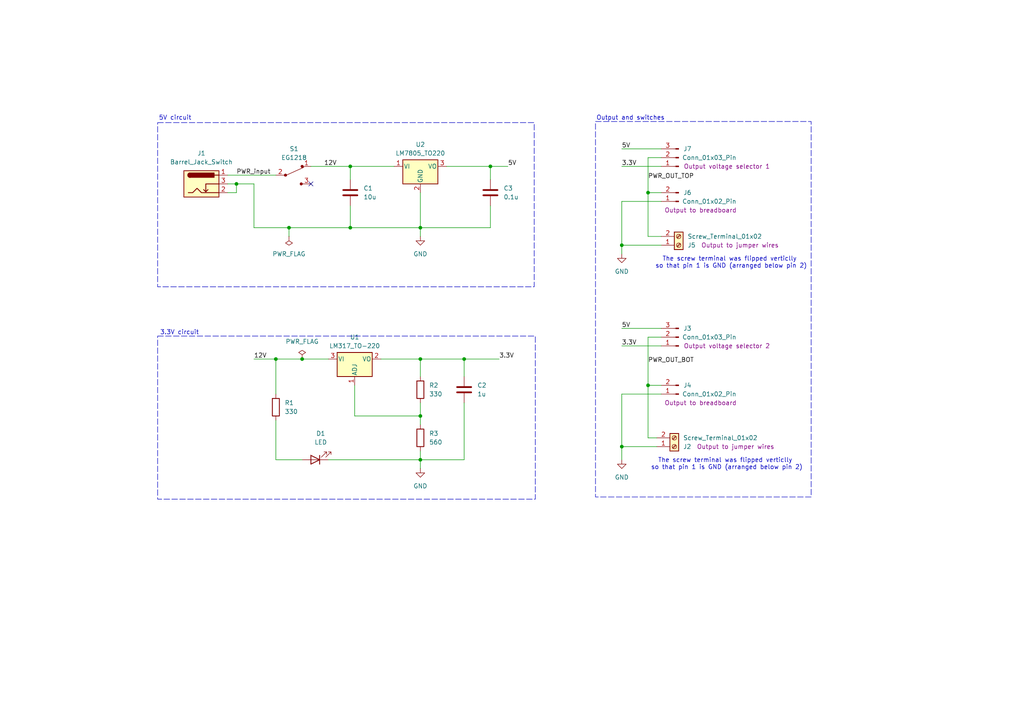
<source format=kicad_sch>
(kicad_sch (version 20250114) (generator "eeschema") (generator_version "9.0")
  (paper "A4")
  (title_block (date "2025-08-12") (rev "1.0") (company "https://www.michellemaia.com") (comment 1 "Designer: Michelle Maia"))
  (lib_symbols
    (symbol "Connector:Barrel_Jack_Switch" (pin_names (hide yes))
      (property "Reference" "J" (at 0 5.334 0))
      (property "Value" "Barrel_Jack_Switch" (at 0 -5.08 0))
      (symbol "Barrel_Jack_Switch_0_1"
        (rectangle (start -5.08 3.81) (end 5.08 -3.81) (stroke (width 0.254)) (fill (type background)))
        (polyline (pts (xy -3.81 -2.54) (xy -2.54 -2.54) (xy -1.27 -1.27) (xy 0 -2.54) (xy 2.54 -2.54) (xy 5.08 -2.54)) (stroke (width 0.254)))
        (arc (start -3.302 1.905) (mid -3.9343 2.54) (end -3.302 3.175) (stroke (width 0.254)))
        (arc (start -3.302 1.905) (mid -3.9343 2.54) (end -3.302 3.175) (stroke (width 0.254)) (fill (type outline)))
        (polyline (pts (xy 1.27 -2.286) (xy 1.905 -1.651)) (stroke (width 0.254)))
        (rectangle (start 3.683 3.175) (end -3.302 1.905) (stroke (width 0.254)) (fill (type outline)))
        (polyline (pts (xy 5.08 2.54) (xy 3.81 2.54)) (stroke (width 0.254)))
        (polyline (pts (xy 5.08 0) (xy 1.27 0) (xy 1.27 -2.286) (xy 0.635 -1.651)) (stroke (width 0.254)))
      )
      (symbol "Barrel_Jack_Switch_1_1"
        (pin passive line (at 7.62 2.54 180) (length 2.54) (name "~") (number "1"))
        (pin passive line (at 7.62 0 180) (length 2.54) (name "~") (number "3"))
        (pin passive line (at 7.62 -2.54 180) (length 2.54) (name "~") (number "2"))
      )
    )
    (symbol "Connector:Conn_01x02_Pin" (pin_names (offset 1.016) (hide yes))
      (property "Reference" "J" (at 0 2.54 0))
      (property "Value" "Conn_01x02_Pin" (at 0 -5.08 0))
      (symbol "Conn_01x02_Pin_1_1"
        (rectangle (start 0.8636 0.127) (end 0 -0.127) (stroke (width 0.1524)) (fill (type outline)))
        (rectangle (start 0.8636 -2.413) (end 0 -2.667) (stroke (width 0.1524)) (fill (type outline)))
        (polyline (pts (xy 1.27 0) (xy 0.8636 0)) (stroke (width 0.1524)))
        (polyline (pts (xy 1.27 -2.54) (xy 0.8636 -2.54)) (stroke (width 0.1524)))
        (pin passive line (at 5.08 0 180) (length 3.81) (name "Pin_1") (number "1"))
        (pin passive line (at 5.08 -2.54 180) (length 3.81) (name "Pin_2") (number "2"))
      )
    )
    (symbol "Connector:Conn_01x03_Pin" (pin_names (offset 1.016) (hide yes))
      (property "Reference" "J" (at 0 5.08 0))
      (property "Value" "Conn_01x03_Pin" (at 0 -5.08 0))
      (symbol "Conn_01x03_Pin_1_1"
        (rectangle (start 0.8636 2.667) (end 0 2.413) (stroke (width 0.1524)) (fill (type outline)))
        (rectangle (start 0.8636 0.127) (end 0 -0.127) (stroke (width 0.1524)) (fill (type outline)))
        (rectangle (start 0.8636 -2.413) (end 0 -2.667) (stroke (width 0.1524)) (fill (type outline)))
        (polyline (pts (xy 1.27 2.54) (xy 0.8636 2.54)) (stroke (width 0.1524)))
        (polyline (pts (xy 1.27 0) (xy 0.8636 0)) (stroke (width 0.1524)))
        (polyline (pts (xy 1.27 -2.54) (xy 0.8636 -2.54)) (stroke (width 0.1524)))
        (pin passive line (at 5.08 2.54 180) (length 3.81) (name "Pin_1") (number "1"))
        (pin passive line (at 5.08 0 180) (length 3.81) (name "Pin_2") (number "2"))
        (pin passive line (at 5.08 -2.54 180) (length 3.81) (name "Pin_3") (number "3"))
      )
    )
    (symbol "Connector:Screw_Terminal_01x02" (pin_names (offset 1.016) (hide yes))
      (property "Reference" "J" (at 0 2.54 0))
      (property "Value" "Screw_Terminal_01x02" (at 0 -5.08 0))
      (symbol "Screw_Terminal_01x02_1_1"
        (rectangle (start -1.27 1.27) (end 1.27 -3.81) (stroke (width 0.254)) (fill (type background)))
        (polyline (pts (xy -0.5334 0.3302) (xy 0.3302 -0.508)) (stroke (width 0.1524)))
        (polyline (pts (xy -0.5334 -2.2098) (xy 0.3302 -3.048)) (stroke (width 0.1524)))
        (polyline (pts (xy -0.3556 0.508) (xy 0.508 -0.3302)) (stroke (width 0.1524)))
        (polyline (pts (xy -0.3556 -2.032) (xy 0.508 -2.8702)) (stroke (width 0.1524)))
        (circle (center 0 0) (radius 0.635) (stroke (width 0.1524)))
        (circle (center 0 -2.54) (radius 0.635) (stroke (width 0.1524)))
        (pin passive line (at -5.08 0 0) (length 3.81) (name "Pin_1") (number "1"))
        (pin passive line (at -5.08 -2.54 0) (length 3.81) (name "Pin_2") (number "2"))
      )
    )
    (symbol "Device:C" (pin_numbers (hide yes)) (pin_names (offset 0.254))
      (property "Reference" "C" (at 0.635 2.54 0))
      (property "Value" "C" (at 0.635 -2.54 0))
      (symbol "C_0_1"
        (polyline (pts (xy -2.032 0.762) (xy 2.032 0.762)) (stroke (width 0.508)))
        (polyline (pts (xy -2.032 -0.762) (xy 2.032 -0.762)) (stroke (width 0.508)))
      )
      (symbol "C_1_1"
        (pin passive line (at 0 3.81 270) (length 2.794) (name "~") (number "1"))
        (pin passive line (at 0 -3.81 90) (length 2.794) (name "~") (number "2"))
      )
    )
    (symbol "Device:LED" (pin_numbers (hide yes)) (pin_names (offset 1.016) (hide yes))
      (property "Reference" "D" (at 0 2.54 0))
      (property "Value" "LED" (at 0 -2.54 0))
      (symbol "LED_0_1"
        (polyline (pts (xy -3.048 -0.762) (xy -4.572 -2.286) (xy -3.81 -2.286) (xy -4.572 -2.286) (xy -4.572 -1.524)))
        (polyline (pts (xy -1.778 -0.762) (xy -3.302 -2.286) (xy -2.54 -2.286) (xy -3.302 -2.286) (xy -3.302 -1.524)))
        (polyline (pts (xy -1.27 0) (xy 1.27 0)))
        (polyline (pts (xy -1.27 -1.27) (xy -1.27 1.27)) (stroke (width 0.254)))
        (polyline (pts (xy 1.27 -1.27) (xy 1.27 1.27) (xy -1.27 0) (xy 1.27 -1.27)) (stroke (width 0.254)))
      )
      (symbol "LED_1_1"
        (pin passive line (at -3.81 0 0) (length 2.54) (name "K") (number "1"))
        (pin passive line (at 3.81 0 180) (length 2.54) (name "A") (number "2"))
      )
    )
    (symbol "Device:R" (pin_numbers (hide yes)) (pin_names (offset 0))
      (property "Reference" "R" (at 2.032 0 90))
      (property "Value" "R" (at 0 0 90))
      (symbol "R_0_1"
        (rectangle (start -1.016 -2.54) (end 1.016 2.54) (stroke (width 0.254)))
      )
      (symbol "R_1_1"
        (pin passive line (at 0 3.81 270) (length 1.27) (name "~") (number "1"))
        (pin passive line (at 0 -3.81 90) (length 1.27) (name "~") (number "2"))
      )
    )
    (symbol "Regulator_Linear:LM317_TO-220" (pin_names (offset 0.254))
      (property "Reference" "U" (at -3.81 3.175 0))
      (property "Value" "LM317_TO-220" (at 0 3.175 0))
      (symbol "LM317_TO-220_0_1"
        (rectangle (start -5.08 1.905) (end 5.08 -5.08) (stroke (width 0.254)) (fill (type background)))
      )
      (symbol "LM317_TO-220_1_1"
        (pin power_in line (at -7.62 0 0) (length 2.54) (name "VI") (number "3"))
        (pin input line (at 0 -7.62 90) (length 2.54) (name "ADJ") (number "1"))
        (pin power_out line (at 7.62 0 180) (length 2.54) (name "VO") (number "2"))
      )
    )
    (symbol "Regulator_Linear:LM7805_TO220" (pin_names (offset 0.254))
      (property "Reference" "U" (at -3.81 3.175 0))
      (property "Value" "LM7805_TO220" (at 0 3.175 0))
      (symbol "LM7805_TO220_0_1"
        (rectangle (start -5.08 1.905) (end 5.08 -5.08) (stroke (width 0.254)) (fill (type background)))
      )
      (symbol "LM7805_TO220_1_1"
        (pin power_in line (at -7.62 0 0) (length 2.54) (name "VI") (number "1"))
        (pin power_in line (at 0 -7.62 90) (length 2.54) (name "GND") (number "2"))
        (pin power_out line (at 7.62 0 180) (length 2.54) (name "VO") (number "3"))
      )
    )
    (symbol "dk_Slide-Switches:EG1218" (pin_names (offset 0))
      (property "Reference" "S" (at -3.81 2.286 0))
      (property "Value" "EG1218" (at 0 -5.334 0))
      (symbol "EG1218_0_1"
        (circle (center -2.286 0) (radius 0.3556) (fill (type outline)))
        (polyline (pts (xy -2.032 0) (xy 3.048 2.286)))
        (circle (center 2.286 -2.54) (radius 0.3556) (fill (type outline)))
        (circle (center 2.54 2.54) (radius 0.3556) (fill (type outline)))
      )
      (symbol "EG1218_1_1"
        (pin passive line (at -5.08 0 0) (length 2.54) (name "~") (number "2"))
        (pin passive line (at 5.08 2.54 180) (length 2.54) (name "~") (number "1"))
        (pin passive line (at 5.08 -2.54 180) (length 2.54) (name "~") (number "3"))
      )
    )
    (symbol "power:GND" (power) (pin_numbers (hide yes)) (pin_names (offset 0) (hide yes))
      (property "Value" "GND" (at 0 -3.81 0))
      (symbol "GND_0_1"
        (polyline (pts (xy 0 0) (xy 0 -1.27) (xy 1.27 -1.27) (xy 0 -2.54) (xy -1.27 -1.27) (xy 0 -1.27)))
      )
      (symbol "GND_1_1"
        (pin power_in line (at 0 0 270) (length 0) (name "~") (number "1"))
      )
    )
    (symbol "power:PWR_FLAG" (power) (pin_numbers (hide yes)) (pin_names (offset 0) (hide yes))
      (property "Value" "PWR_FLAG" (at 0 3.81 0))
      (symbol "PWR_FLAG_0_0"
        (pin power_out line (at 0 0 90) (length 0) (name "~") (number "1"))
      )
      (symbol "PWR_FLAG_0_1"
        (polyline (pts (xy 0 0) (xy 0 1.27) (xy -1.016 1.905) (xy 0 2.54) (xy 1.016 1.905) (xy 0 1.27)))
      )
    )
  )
  (rectangle (start 172.72 35.2425) (end 235.2675 144.145) (stroke (width 0) (type dash)))
  (rectangle (start 45.72 97.4725) (end 155.2575 144.78) (stroke (width 0) (type dash)))
  (rectangle (start 45.72 35.56) (end 154.94 83.185) (stroke (width 0) (type dash)))
  (text "3.3V circuit" (at 52.07 96.52 0) (effects (font (size 1.27 1.27))))
  (text "5V circuit\n" (at 50.8 34.29 0) (effects (font (size 1.27 1.27))))
  (text "Output and switches\n" (at 182.88 34.29 0) (effects (font (size 1.27 1.27))))
  (text "The screw terminal was flipped verticlly \nso that pin 1 is GND (arranged below pin 2)" (at 212.09 76.2 0) (effects (font (size 1.27 1.27))))
  (text "The screw terminal was flipped verticlly \nso that pin 1 is GND (arranged below pin 2)" (at 210.82 134.62 0) (effects (font (size 1.27 1.27))))
  (junction (at 121.92 104.14))
  (junction (at 121.92 66.04))
  (junction (at 187.96 111.76))
  (junction (at 68.58 53.34))
  (junction (at 121.92 120.65))
  (junction (at 87.63 104.14))
  (junction (at 101.6 66.04))
  (junction (at 180.34 71.12))
  (junction (at 142.24 48.26))
  (junction (at 121.92 133.35))
  (junction (at 180.34 129.54))
  (junction (at 101.6 48.26))
  (junction (at 83.82 66.04))
  (junction (at 134.62 104.14))
  (junction (at 80.01 104.14))
  (junction (at 187.96 55.88))
  (no_connect (at 90.17 53.34))
  (wire (pts (xy 121.92 135.89) (xy 121.92 133.35)))
  (wire (pts (xy 83.82 66.04) (xy 101.6 66.04)))
  (wire (pts (xy 142.24 48.26) (xy 142.24 52.07)))
  (wire (pts (xy 134.62 104.14) (xy 121.92 104.14)))
  (wire (pts (xy 180.34 129.54) (xy 180.34 133.35)))
  (wire (pts (xy 73.66 53.34) (xy 73.66 66.04)))
  (wire (pts (xy 187.96 55.88) (xy 191.77 55.88)))
  (wire (pts (xy 180.34 58.42) (xy 180.34 71.12)))
  (wire (pts (xy 66.04 53.34) (xy 68.58 53.34)))
  (wire (pts (xy 121.92 130.81) (xy 121.92 133.35)))
  (wire (pts (xy 101.6 66.04) (xy 121.92 66.04)))
  (wire (pts (xy 121.92 66.04) (xy 121.92 68.58)))
  (wire (pts (xy 142.24 59.69) (xy 142.24 66.04)))
  (wire (pts (xy 80.01 133.35) (xy 87.63 133.35)))
  (wire (pts (xy 180.34 43.18) (xy 191.77 43.18)))
  (wire (pts (xy 121.92 55.88) (xy 121.92 66.04)))
  (wire (pts (xy 187.96 68.58) (xy 187.96 55.88)))
  (wire (pts (xy 95.25 133.35) (xy 121.92 133.35)))
  (wire (pts (xy 102.87 120.65) (xy 121.92 120.65)))
  (wire (pts (xy 80.01 114.3) (xy 80.01 104.14)))
  (wire (pts (xy 191.77 68.58) (xy 187.96 68.58)))
  (wire (pts (xy 121.92 120.65) (xy 121.92 123.19)))
  (wire (pts (xy 87.63 104.14) (xy 95.25 104.14)))
  (wire (pts (xy 180.34 95.25) (xy 191.77 95.25)))
  (wire (pts (xy 73.66 104.14) (xy 80.01 104.14)))
  (wire (pts (xy 191.77 114.3) (xy 180.34 114.3)))
  (wire (pts (xy 191.77 71.12) (xy 180.34 71.12)))
  (wire (pts (xy 134.62 104.14) (xy 144.78 104.14)))
  (wire (pts (xy 180.34 48.26) (xy 191.77 48.26)))
  (wire (pts (xy 187.96 97.79) (xy 187.96 111.76)))
  (wire (pts (xy 191.77 97.79) (xy 187.96 97.79)))
  (wire (pts (xy 142.24 48.26) (xy 147.32 48.26)))
  (wire (pts (xy 73.66 66.04) (xy 83.82 66.04)))
  (wire (pts (xy 121.92 104.14) (xy 121.92 109.22)))
  (wire (pts (xy 180.34 129.54) (xy 190.5 129.54)))
  (wire (pts (xy 110.49 104.14) (xy 121.92 104.14)))
  (wire (pts (xy 187.96 127) (xy 187.96 111.76)))
  (wire (pts (xy 190.5 127) (xy 187.96 127)))
  (wire (pts (xy 66.04 50.8) (xy 80.01 50.8)))
  (wire (pts (xy 80.01 121.92) (xy 80.01 133.35)))
  (wire (pts (xy 187.96 111.76) (xy 191.77 111.76)))
  (wire (pts (xy 134.62 109.22) (xy 134.62 104.14)))
  (wire (pts (xy 191.77 58.42) (xy 180.34 58.42)))
  (wire (pts (xy 101.6 59.69) (xy 101.6 66.04)))
  (wire (pts (xy 68.58 55.88) (xy 68.58 53.34)))
  (wire (pts (xy 191.77 45.72) (xy 187.96 45.72)))
  (wire (pts (xy 80.01 104.14) (xy 87.63 104.14)))
  (wire (pts (xy 102.87 111.76) (xy 102.87 120.65)))
  (wire (pts (xy 129.54 48.26) (xy 142.24 48.26)))
  (wire (pts (xy 90.17 48.26) (xy 101.6 48.26)))
  (wire (pts (xy 66.04 55.88) (xy 68.58 55.88)))
  (wire (pts (xy 180.34 114.3) (xy 180.34 129.54)))
  (wire (pts (xy 134.62 133.35) (xy 134.62 116.84)))
  (wire (pts (xy 101.6 48.26) (xy 114.3 48.26)))
  (wire (pts (xy 187.96 45.72) (xy 187.96 55.88)))
  (wire (pts (xy 121.92 133.35) (xy 134.62 133.35)))
  (wire (pts (xy 68.58 53.34) (xy 73.66 53.34)))
  (wire (pts (xy 180.34 71.12) (xy 180.34 73.66)))
  (wire (pts (xy 83.82 66.04) (xy 83.82 68.58)))
  (wire (pts (xy 101.6 48.26) (xy 101.6 52.07)))
  (wire (pts (xy 121.92 116.84) (xy 121.92 120.65)))
  (wire (pts (xy 142.24 66.04) (xy 121.92 66.04)))
  (wire (pts (xy 180.34 100.33) (xy 191.77 100.33)))
  (label "12V" (at 73.66 104.14 0))
  (label "5V" (at 180.34 95.25 0))
  (label "12V" (at 93.98 48.26 0))
  (label "3.3V" (at 144.78 104.14 0))
  (label "PWR_OUT_BOT" (at 187.96 105.41 0))
  (label "3.3V" (at 180.34 100.33 0))
  (label "PWR_input" (at 68.58 50.8 0))
  (label "5V" (at 147.32 48.26 0))
  (label "PWR_OUT_TOP" (at 187.96 52.07 0))
  (label "5V" (at 180.34 43.18 0))
  (label "3.3V" (at 180.34 48.26 0))
  (symbol (lib_id "Connector:Conn_01x03_Pin") (at 196.85 97.79 180) (unit 1)
    (property "Reference" "J3" (at 199.39 95.25 0))
    (property "Value" "Conn_01x03_Pin" (at 205.74 97.79 0))
    (property "Footprint" "Connector_PinHeader_2.54mm:PinHeader_1x03_P2.54mm_Vertical" (effects (hide yes)))
    (property "Description" "Generic connector, single row, 01x03, script generated" (effects (hide yes)))
    (property "Purpose" "Output voltage selector 2" (at 210.82 100.33 0))
  )
  (symbol (lib_id "Connector:Conn_01x02_Pin") (at 196.85 114.3 180) (unit 1)
    (property "Reference" "J4" (at 199.39 111.76 0))
    (property "Value" "Conn_01x02_Pin" (at 205.74 114.3 0))
    (property "Footprint" "Connector_PinHeader_2.54mm:PinHeader_1x02_P2.54mm_Vertical" (effects (hide yes)))
    (property "Description" "Generic connector, single row, 01x02, script generated" (effects (hide yes)))
    (property "Purpose" "Output to breadboard" (at 203.2 116.84 0))
  )
  (symbol (lib_id "power:PWR_FLAG") (at 87.63 104.14 0) (unit 1)
    (property "Reference" "#FLG02" (effects (hide yes)))
    (property "Value" "PWR_FLAG" (at 87.63 99.06 0))
    (property "Description" "Special symbol for telling ERC where power comes from" (effects (hide yes)))
  )
  (symbol (lib_id "Device:R") (at 80.01 118.11 180) (unit 1)
    (property "Reference" "R1" (at 82.55 116.8399 0) (effects (justify right)))
    (property "Value" "330" (at 82.55 119.3799 0) (effects (justify right)))
    (property "Footprint" "Resistor_THT:R_Axial_DIN0204_L3.6mm_D1.6mm_P7.62mm_Horizontal" (effects (hide yes)))
    (property "Description" "Resistor" (effects (hide yes)))
  )
  (symbol (lib_id "Device:R") (at 121.92 113.03 180) (unit 1)
    (property "Reference" "R2" (at 124.46 111.7599 0) (effects (justify right)))
    (property "Value" "330" (at 124.46 114.2999 0) (effects (justify right)))
    (property "Footprint" "Resistor_THT:R_Axial_DIN0204_L3.6mm_D1.6mm_P7.62mm_Horizontal" (effects (hide yes)))
    (property "Description" "Resistor" (effects (hide yes)))
  )
  (symbol (lib_id "power:GND") (at 180.34 133.35 0) (unit 1)
    (property "Reference" "#PWR04" (effects (hide yes)))
    (property "Value" "GND" (at 180.34 138.43 0))
    (property "Description" "Power symbol creates a global label with name \"GND\" , ground" (effects (hide yes)))
  )
  (symbol (lib_id "Connector:Screw_Terminal_01x02") (at 195.58 129.54 0) (mirror x) (unit 1)
    (property "Reference" "J2" (at 198.12 129.5401 0) (effects (justify left)))
    (property "Value" "Screw_Terminal_01x02" (at 198.12 127.0001 0) (effects (justify left)))
    (property "Footprint" "TerminalBlock:TerminalBlock_bornier-2_P5.08mm" (effects (hide yes)))
    (property "Description" "Generic screw terminal, single row, 01x02, script generated (kicad-library-utils/schlib/autogen/connector/)" (effects (hide yes)))
    (property "Purpose" "Output to jumper wires" (at 213.36 129.54 0))
  )
  (symbol (lib_id "Connector:Conn_01x03_Pin") (at 196.85 45.72 180) (unit 1)
    (property "Reference" "J7" (at 199.39 43.18 0))
    (property "Value" "Conn_01x03_Pin" (at 205.74 45.72 0))
    (property "Footprint" "Connector_PinHeader_2.54mm:PinHeader_1x03_P2.54mm_Vertical" (effects (hide yes)))
    (property "Description" "Generic connector, single row, 01x03, script generated" (effects (hide yes)))
    (property "Purpose" "Output voltage selector 1" (at 210.82 48.26 0))
  )
  (symbol (lib_id "power:GND") (at 180.34 73.66 0) (unit 1)
    (property "Reference" "#PWR03" (effects (hide yes)))
    (property "Value" "GND" (at 180.34 78.74 0))
    (property "Description" "Power symbol creates a global label with name \"GND\" , ground" (effects (hide yes)))
  )
  (symbol (lib_id "Connector:Conn_01x02_Pin") (at 196.85 58.42 180) (unit 1)
    (property "Reference" "J6" (at 199.39 55.88 0))
    (property "Value" "Conn_01x02_Pin" (at 205.74 58.42 0))
    (property "Footprint" "Connector_PinHeader_2.54mm:PinHeader_1x02_P2.54mm_Vertical" (effects (hide yes)))
    (property "Description" "Generic connector, single row, 01x02, script generated" (effects (hide yes)))
    (property "Purpose" "Output to breadboard" (at 203.2 60.96 0))
  )
  (symbol (lib_id "power:PWR_FLAG") (at 83.82 68.58 180) (unit 1)
    (property "Reference" "#FLG01" (effects (hide yes)))
    (property "Value" "PWR_FLAG" (at 83.82 73.66 0))
    (property "Description" "Special symbol for telling ERC where power comes from" (effects (hide yes)))
  )
  (symbol (lib_id "Device:C") (at 142.24 55.88 0) (unit 1)
    (property "Reference" "C3" (at 146.05 54.6099 0) (effects (justify left)))
    (property "Value" "0.1u" (at 146.05 57.1499 0) (effects (justify left)))
    (property "Footprint" "Capacitor_THT:C_Disc_D3.0mm_W1.6mm_P2.50mm" (effects (hide yes)))
    (property "Description" "Unpolarized capacitor" (effects (hide yes)))
  )
  (symbol (lib_id "Connector:Barrel_Jack_Switch") (at 58.42 53.34 0) (unit 1)
    (property "Reference" "J1" (at 58.42 44.45 0))
    (property "Value" "Barrel_Jack_Switch" (at 58.42 46.99 0))
    (property "Footprint" "Connector_BarrelJack:BarrelJack_Horizontal" (effects (hide yes)))
    (property "Description" "DC Barrel Jack with an internal switch" (effects (hide yes)))
  )
  (symbol (lib_id "Device:C") (at 101.6 55.88 0) (unit 1)
    (property "Reference" "C1" (at 105.41 54.6099 0) (effects (justify left)))
    (property "Value" "10u" (at 105.41 57.1499 0) (effects (justify left)))
    (property "Footprint" "Capacitor_THT:C_Disc_D3.0mm_W1.6mm_P2.50mm" (effects (hide yes)))
    (property "Description" "Unpolarized capacitor" (effects (hide yes)))
  )
  (symbol (lib_id "Device:C") (at 134.62 113.03 0) (unit 1)
    (property "Reference" "C2" (at 138.43 111.7599 0) (effects (justify left)))
    (property "Value" "1u" (at 138.43 114.2999 0) (effects (justify left)))
    (property "Footprint" "Capacitor_THT:C_Disc_D3.0mm_W1.6mm_P2.50mm" (effects (hide yes)))
    (property "Description" "Unpolarized capacitor" (effects (hide yes)))
  )
  (symbol (lib_id "Regulator_Linear:LM317_TO-220") (at 102.87 104.14 0) (unit 1)
    (property "Reference" "U1" (at 102.87 97.79 0))
    (property "Value" "LM317_TO-220" (at 102.87 100.33 0))
    (property "Footprint" "Package_TO_SOT_THT:TO-220-3_Vertical" (effects (hide yes)))
    (property "Datasheet" "http://www.ti.com/lit/ds/symlink/lm317.pdf" (effects (hide yes)))
    (property "Description" "1.5A 35V Adjustable Linear Regulator, TO-220" (effects (hide yes)))
  )
  (symbol (lib_id "power:GND") (at 121.92 135.89 0) (unit 1)
    (property "Reference" "#PWR02" (effects (hide yes)))
    (property "Value" "GND" (at 121.92 140.97 0))
    (property "Description" "Power symbol creates a global label with name \"GND\" , ground" (effects (hide yes)))
  )
  (symbol (lib_id "power:GND") (at 121.92 68.58 0) (unit 1)
    (property "Reference" "#PWR01" (effects (hide yes)))
    (property "Value" "GND" (at 121.92 73.66 0))
    (property "Description" "Power symbol creates a global label with name \"GND\" , ground" (effects (hide yes)))
  )
  (symbol (lib_id "dk_Slide-Switches:EG1218") (at 85.09 50.8 0) (unit 1)
    (property "Reference" "S1" (at 85.2932 43.18 0))
    (property "Value" "EG1218" (at 85.2932 45.72 0))
    (property "Footprint" "digikey-footprints:Switch_Slide_11.6x4mm_EG1218" (effects (hide yes)))
    (property "Datasheet" "http://spec_sheets.e-switch.com/specs/P040040.pdf" (effects (hide yes)))
    (property "Description" "SWITCH SLIDE SPDT 200MA 30V" (effects (hide yes)))
    (property "Digi-Key_PN" "EG1903-ND" (effects (hide yes)))
    (property "MPN" "EG1218" (effects (hide yes)))
    (property "Category" "Switches" (effects (hide yes)))
    (property "Family" "Slide Switches" (effects (hide yes)))
    (property "DK_Datasheet_Link" "http://spec_sheets.e-switch.com/specs/P040040.pdf" (effects (hide yes)))
    (property "DK_Detail_Page" "/product-detail/en/e-switch/EG1218/EG1903-ND/101726" (effects (hide yes)))
    (property "Description_1" "SWITCH SLIDE SPDT 200MA 30V" (effects (hide yes)))
    (property "Manufacturer" "E-Switch" (effects (hide yes)))
    (property "Status" "Active" (effects (hide yes)))
  )
  (symbol (lib_id "Connector:Screw_Terminal_01x02") (at 196.85 71.12 0) (mirror x) (unit 1)
    (property "Reference" "J5" (at 199.39 71.1201 0) (effects (justify left)))
    (property "Value" "Screw_Terminal_01x02" (at 199.39 68.5801 0) (effects (justify left)))
    (property "Footprint" "TerminalBlock:TerminalBlock_bornier-2_P5.08mm" (effects (hide yes)))
    (property "Description" "Generic screw terminal, single row, 01x02, script generated (kicad-library-utils/schlib/autogen/connector/)" (effects (hide yes)))
    (property "Purpose" "Output to jumper wires" (at 214.63 71.12 0))
  )
  (symbol (lib_id "Device:R") (at 121.92 127 180) (unit 1)
    (property "Reference" "R3" (at 124.46 125.7299 0) (effects (justify right)))
    (property "Value" "560" (at 124.46 128.2699 0) (effects (justify right)))
    (property "Footprint" "Resistor_THT:R_Axial_DIN0204_L3.6mm_D1.6mm_P7.62mm_Horizontal" (effects (hide yes)))
    (property "Description" "Resistor" (effects (hide yes)))
  )
  (symbol (lib_id "Regulator_Linear:LM7805_TO220") (at 121.92 48.26 0) (unit 1)
    (property "Reference" "U2" (at 121.92 41.91 0))
    (property "Value" "LM7805_TO220" (at 121.92 44.45 0))
    (property "Footprint" "Package_TO_SOT_THT:TO-220-3_Vertical" (effects (hide yes)))
    (property "Datasheet" "https://www.onsemi.cn/PowerSolutions/document/MC7800-D.PDF" (effects (hide yes)))
    (property "Description" "Positive 1A 35V Linear Regulator, Fixed Output 5V, TO-220" (effects (hide yes)))
  )
  (symbol (lib_id "Device:LED") (at 91.44 133.35 180) (unit 1)
    (property "Reference" "D1" (at 93.0275 125.73 0))
    (property "Value" "LED" (at 93.0275 128.27 0))
    (property "Footprint" "LED_THT:LED_D5.0mm" (effects (hide yes)))
    (property "Description" "Light emitting diode" (effects (hide yes)))
    (property "Sim.Pins" "1=K 2=A" (effects (hide yes)))
  )
)
</source>
